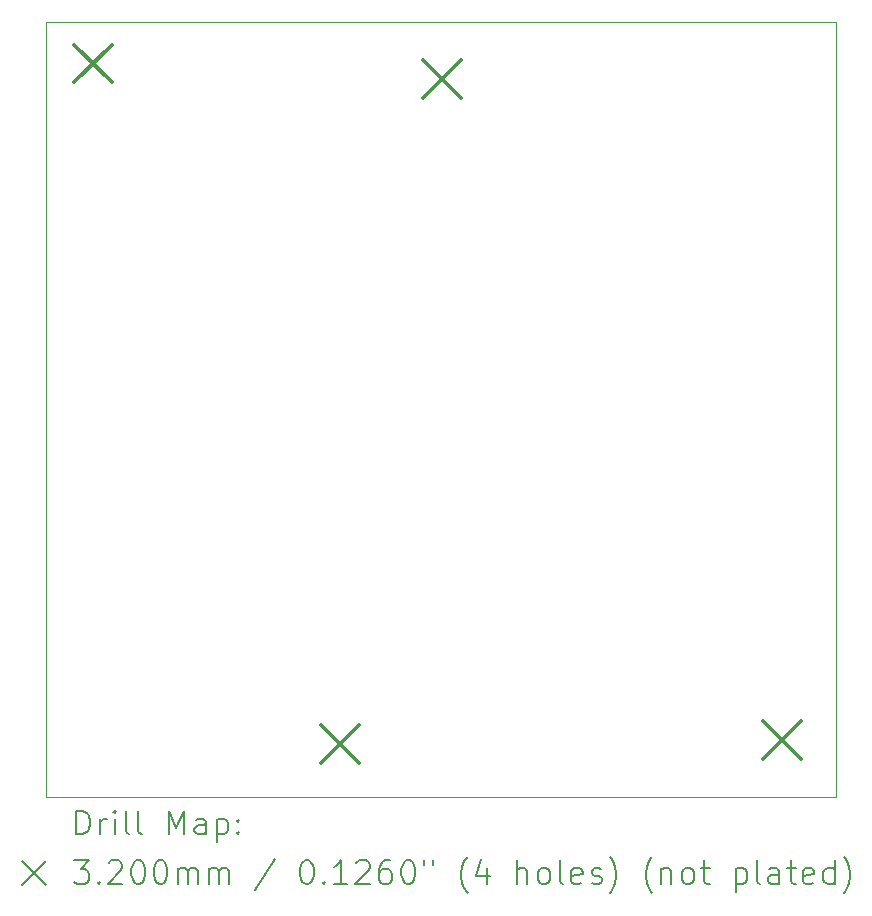
<source format=gbr>
%TF.GenerationSoftware,KiCad,Pcbnew,7.0.10*%
%TF.CreationDate,2024-03-16T23:25:48+05:30*%
%TF.ProjectId,breakout,62726561-6b6f-4757-942e-6b696361645f,rev?*%
%TF.SameCoordinates,Original*%
%TF.FileFunction,Drillmap*%
%TF.FilePolarity,Positive*%
%FSLAX45Y45*%
G04 Gerber Fmt 4.5, Leading zero omitted, Abs format (unit mm)*
G04 Created by KiCad (PCBNEW 7.0.10) date 2024-03-16 23:25:48*
%MOMM*%
%LPD*%
G01*
G04 APERTURE LIST*
%ADD10C,0.050000*%
%ADD11C,0.200000*%
%ADD12C,0.320000*%
G04 APERTURE END LIST*
D10*
X4464280Y-2931160D02*
X11150700Y-2931160D01*
X11150700Y-9497340D01*
X4464280Y-9497340D01*
X4464280Y-2931160D01*
D11*
D12*
X4705000Y-3125000D02*
X5025000Y-3445000D01*
X5025000Y-3125000D02*
X4705000Y-3445000D01*
X6795000Y-8885000D02*
X7115000Y-9205000D01*
X7115000Y-8885000D02*
X6795000Y-9205000D01*
X7660000Y-3255000D02*
X7980000Y-3575000D01*
X7980000Y-3255000D02*
X7660000Y-3575000D01*
X10540000Y-8855000D02*
X10860000Y-9175000D01*
X10860000Y-8855000D02*
X10540000Y-9175000D01*
D11*
X4722557Y-9811324D02*
X4722557Y-9611324D01*
X4722557Y-9611324D02*
X4770176Y-9611324D01*
X4770176Y-9611324D02*
X4798747Y-9620848D01*
X4798747Y-9620848D02*
X4817795Y-9639895D01*
X4817795Y-9639895D02*
X4827319Y-9658943D01*
X4827319Y-9658943D02*
X4836843Y-9697038D01*
X4836843Y-9697038D02*
X4836843Y-9725610D01*
X4836843Y-9725610D02*
X4827319Y-9763705D01*
X4827319Y-9763705D02*
X4817795Y-9782752D01*
X4817795Y-9782752D02*
X4798747Y-9801800D01*
X4798747Y-9801800D02*
X4770176Y-9811324D01*
X4770176Y-9811324D02*
X4722557Y-9811324D01*
X4922557Y-9811324D02*
X4922557Y-9677990D01*
X4922557Y-9716086D02*
X4932081Y-9697038D01*
X4932081Y-9697038D02*
X4941604Y-9687514D01*
X4941604Y-9687514D02*
X4960652Y-9677990D01*
X4960652Y-9677990D02*
X4979700Y-9677990D01*
X5046366Y-9811324D02*
X5046366Y-9677990D01*
X5046366Y-9611324D02*
X5036843Y-9620848D01*
X5036843Y-9620848D02*
X5046366Y-9630371D01*
X5046366Y-9630371D02*
X5055890Y-9620848D01*
X5055890Y-9620848D02*
X5046366Y-9611324D01*
X5046366Y-9611324D02*
X5046366Y-9630371D01*
X5170176Y-9811324D02*
X5151128Y-9801800D01*
X5151128Y-9801800D02*
X5141604Y-9782752D01*
X5141604Y-9782752D02*
X5141604Y-9611324D01*
X5274938Y-9811324D02*
X5255890Y-9801800D01*
X5255890Y-9801800D02*
X5246366Y-9782752D01*
X5246366Y-9782752D02*
X5246366Y-9611324D01*
X5503509Y-9811324D02*
X5503509Y-9611324D01*
X5503509Y-9611324D02*
X5570176Y-9754181D01*
X5570176Y-9754181D02*
X5636842Y-9611324D01*
X5636842Y-9611324D02*
X5636842Y-9811324D01*
X5817795Y-9811324D02*
X5817795Y-9706562D01*
X5817795Y-9706562D02*
X5808271Y-9687514D01*
X5808271Y-9687514D02*
X5789223Y-9677990D01*
X5789223Y-9677990D02*
X5751128Y-9677990D01*
X5751128Y-9677990D02*
X5732081Y-9687514D01*
X5817795Y-9801800D02*
X5798747Y-9811324D01*
X5798747Y-9811324D02*
X5751128Y-9811324D01*
X5751128Y-9811324D02*
X5732081Y-9801800D01*
X5732081Y-9801800D02*
X5722557Y-9782752D01*
X5722557Y-9782752D02*
X5722557Y-9763705D01*
X5722557Y-9763705D02*
X5732081Y-9744657D01*
X5732081Y-9744657D02*
X5751128Y-9735133D01*
X5751128Y-9735133D02*
X5798747Y-9735133D01*
X5798747Y-9735133D02*
X5817795Y-9725610D01*
X5913033Y-9677990D02*
X5913033Y-9877990D01*
X5913033Y-9687514D02*
X5932081Y-9677990D01*
X5932081Y-9677990D02*
X5970176Y-9677990D01*
X5970176Y-9677990D02*
X5989223Y-9687514D01*
X5989223Y-9687514D02*
X5998747Y-9697038D01*
X5998747Y-9697038D02*
X6008271Y-9716086D01*
X6008271Y-9716086D02*
X6008271Y-9773229D01*
X6008271Y-9773229D02*
X5998747Y-9792276D01*
X5998747Y-9792276D02*
X5989223Y-9801800D01*
X5989223Y-9801800D02*
X5970176Y-9811324D01*
X5970176Y-9811324D02*
X5932081Y-9811324D01*
X5932081Y-9811324D02*
X5913033Y-9801800D01*
X6093985Y-9792276D02*
X6103509Y-9801800D01*
X6103509Y-9801800D02*
X6093985Y-9811324D01*
X6093985Y-9811324D02*
X6084462Y-9801800D01*
X6084462Y-9801800D02*
X6093985Y-9792276D01*
X6093985Y-9792276D02*
X6093985Y-9811324D01*
X6093985Y-9687514D02*
X6103509Y-9697038D01*
X6103509Y-9697038D02*
X6093985Y-9706562D01*
X6093985Y-9706562D02*
X6084462Y-9697038D01*
X6084462Y-9697038D02*
X6093985Y-9687514D01*
X6093985Y-9687514D02*
X6093985Y-9706562D01*
X4261780Y-10039840D02*
X4461780Y-10239840D01*
X4461780Y-10039840D02*
X4261780Y-10239840D01*
X4703509Y-10031324D02*
X4827319Y-10031324D01*
X4827319Y-10031324D02*
X4760652Y-10107514D01*
X4760652Y-10107514D02*
X4789224Y-10107514D01*
X4789224Y-10107514D02*
X4808271Y-10117038D01*
X4808271Y-10117038D02*
X4817795Y-10126562D01*
X4817795Y-10126562D02*
X4827319Y-10145610D01*
X4827319Y-10145610D02*
X4827319Y-10193229D01*
X4827319Y-10193229D02*
X4817795Y-10212276D01*
X4817795Y-10212276D02*
X4808271Y-10221800D01*
X4808271Y-10221800D02*
X4789224Y-10231324D01*
X4789224Y-10231324D02*
X4732081Y-10231324D01*
X4732081Y-10231324D02*
X4713033Y-10221800D01*
X4713033Y-10221800D02*
X4703509Y-10212276D01*
X4913033Y-10212276D02*
X4922557Y-10221800D01*
X4922557Y-10221800D02*
X4913033Y-10231324D01*
X4913033Y-10231324D02*
X4903509Y-10221800D01*
X4903509Y-10221800D02*
X4913033Y-10212276D01*
X4913033Y-10212276D02*
X4913033Y-10231324D01*
X4998747Y-10050371D02*
X5008271Y-10040848D01*
X5008271Y-10040848D02*
X5027319Y-10031324D01*
X5027319Y-10031324D02*
X5074938Y-10031324D01*
X5074938Y-10031324D02*
X5093985Y-10040848D01*
X5093985Y-10040848D02*
X5103509Y-10050371D01*
X5103509Y-10050371D02*
X5113033Y-10069419D01*
X5113033Y-10069419D02*
X5113033Y-10088467D01*
X5113033Y-10088467D02*
X5103509Y-10117038D01*
X5103509Y-10117038D02*
X4989224Y-10231324D01*
X4989224Y-10231324D02*
X5113033Y-10231324D01*
X5236843Y-10031324D02*
X5255890Y-10031324D01*
X5255890Y-10031324D02*
X5274938Y-10040848D01*
X5274938Y-10040848D02*
X5284462Y-10050371D01*
X5284462Y-10050371D02*
X5293985Y-10069419D01*
X5293985Y-10069419D02*
X5303509Y-10107514D01*
X5303509Y-10107514D02*
X5303509Y-10155133D01*
X5303509Y-10155133D02*
X5293985Y-10193229D01*
X5293985Y-10193229D02*
X5284462Y-10212276D01*
X5284462Y-10212276D02*
X5274938Y-10221800D01*
X5274938Y-10221800D02*
X5255890Y-10231324D01*
X5255890Y-10231324D02*
X5236843Y-10231324D01*
X5236843Y-10231324D02*
X5217795Y-10221800D01*
X5217795Y-10221800D02*
X5208271Y-10212276D01*
X5208271Y-10212276D02*
X5198747Y-10193229D01*
X5198747Y-10193229D02*
X5189224Y-10155133D01*
X5189224Y-10155133D02*
X5189224Y-10107514D01*
X5189224Y-10107514D02*
X5198747Y-10069419D01*
X5198747Y-10069419D02*
X5208271Y-10050371D01*
X5208271Y-10050371D02*
X5217795Y-10040848D01*
X5217795Y-10040848D02*
X5236843Y-10031324D01*
X5427319Y-10031324D02*
X5446366Y-10031324D01*
X5446366Y-10031324D02*
X5465414Y-10040848D01*
X5465414Y-10040848D02*
X5474938Y-10050371D01*
X5474938Y-10050371D02*
X5484462Y-10069419D01*
X5484462Y-10069419D02*
X5493985Y-10107514D01*
X5493985Y-10107514D02*
X5493985Y-10155133D01*
X5493985Y-10155133D02*
X5484462Y-10193229D01*
X5484462Y-10193229D02*
X5474938Y-10212276D01*
X5474938Y-10212276D02*
X5465414Y-10221800D01*
X5465414Y-10221800D02*
X5446366Y-10231324D01*
X5446366Y-10231324D02*
X5427319Y-10231324D01*
X5427319Y-10231324D02*
X5408271Y-10221800D01*
X5408271Y-10221800D02*
X5398747Y-10212276D01*
X5398747Y-10212276D02*
X5389224Y-10193229D01*
X5389224Y-10193229D02*
X5379700Y-10155133D01*
X5379700Y-10155133D02*
X5379700Y-10107514D01*
X5379700Y-10107514D02*
X5389224Y-10069419D01*
X5389224Y-10069419D02*
X5398747Y-10050371D01*
X5398747Y-10050371D02*
X5408271Y-10040848D01*
X5408271Y-10040848D02*
X5427319Y-10031324D01*
X5579700Y-10231324D02*
X5579700Y-10097990D01*
X5579700Y-10117038D02*
X5589224Y-10107514D01*
X5589224Y-10107514D02*
X5608271Y-10097990D01*
X5608271Y-10097990D02*
X5636843Y-10097990D01*
X5636843Y-10097990D02*
X5655890Y-10107514D01*
X5655890Y-10107514D02*
X5665414Y-10126562D01*
X5665414Y-10126562D02*
X5665414Y-10231324D01*
X5665414Y-10126562D02*
X5674938Y-10107514D01*
X5674938Y-10107514D02*
X5693985Y-10097990D01*
X5693985Y-10097990D02*
X5722557Y-10097990D01*
X5722557Y-10097990D02*
X5741604Y-10107514D01*
X5741604Y-10107514D02*
X5751128Y-10126562D01*
X5751128Y-10126562D02*
X5751128Y-10231324D01*
X5846366Y-10231324D02*
X5846366Y-10097990D01*
X5846366Y-10117038D02*
X5855890Y-10107514D01*
X5855890Y-10107514D02*
X5874938Y-10097990D01*
X5874938Y-10097990D02*
X5903509Y-10097990D01*
X5903509Y-10097990D02*
X5922557Y-10107514D01*
X5922557Y-10107514D02*
X5932081Y-10126562D01*
X5932081Y-10126562D02*
X5932081Y-10231324D01*
X5932081Y-10126562D02*
X5941604Y-10107514D01*
X5941604Y-10107514D02*
X5960652Y-10097990D01*
X5960652Y-10097990D02*
X5989223Y-10097990D01*
X5989223Y-10097990D02*
X6008271Y-10107514D01*
X6008271Y-10107514D02*
X6017795Y-10126562D01*
X6017795Y-10126562D02*
X6017795Y-10231324D01*
X6408271Y-10021800D02*
X6236843Y-10278943D01*
X6665414Y-10031324D02*
X6684462Y-10031324D01*
X6684462Y-10031324D02*
X6703509Y-10040848D01*
X6703509Y-10040848D02*
X6713033Y-10050371D01*
X6713033Y-10050371D02*
X6722557Y-10069419D01*
X6722557Y-10069419D02*
X6732081Y-10107514D01*
X6732081Y-10107514D02*
X6732081Y-10155133D01*
X6732081Y-10155133D02*
X6722557Y-10193229D01*
X6722557Y-10193229D02*
X6713033Y-10212276D01*
X6713033Y-10212276D02*
X6703509Y-10221800D01*
X6703509Y-10221800D02*
X6684462Y-10231324D01*
X6684462Y-10231324D02*
X6665414Y-10231324D01*
X6665414Y-10231324D02*
X6646366Y-10221800D01*
X6646366Y-10221800D02*
X6636843Y-10212276D01*
X6636843Y-10212276D02*
X6627319Y-10193229D01*
X6627319Y-10193229D02*
X6617795Y-10155133D01*
X6617795Y-10155133D02*
X6617795Y-10107514D01*
X6617795Y-10107514D02*
X6627319Y-10069419D01*
X6627319Y-10069419D02*
X6636843Y-10050371D01*
X6636843Y-10050371D02*
X6646366Y-10040848D01*
X6646366Y-10040848D02*
X6665414Y-10031324D01*
X6817795Y-10212276D02*
X6827319Y-10221800D01*
X6827319Y-10221800D02*
X6817795Y-10231324D01*
X6817795Y-10231324D02*
X6808271Y-10221800D01*
X6808271Y-10221800D02*
X6817795Y-10212276D01*
X6817795Y-10212276D02*
X6817795Y-10231324D01*
X7017795Y-10231324D02*
X6903509Y-10231324D01*
X6960652Y-10231324D02*
X6960652Y-10031324D01*
X6960652Y-10031324D02*
X6941605Y-10059895D01*
X6941605Y-10059895D02*
X6922557Y-10078943D01*
X6922557Y-10078943D02*
X6903509Y-10088467D01*
X7093986Y-10050371D02*
X7103509Y-10040848D01*
X7103509Y-10040848D02*
X7122557Y-10031324D01*
X7122557Y-10031324D02*
X7170176Y-10031324D01*
X7170176Y-10031324D02*
X7189224Y-10040848D01*
X7189224Y-10040848D02*
X7198747Y-10050371D01*
X7198747Y-10050371D02*
X7208271Y-10069419D01*
X7208271Y-10069419D02*
X7208271Y-10088467D01*
X7208271Y-10088467D02*
X7198747Y-10117038D01*
X7198747Y-10117038D02*
X7084462Y-10231324D01*
X7084462Y-10231324D02*
X7208271Y-10231324D01*
X7379700Y-10031324D02*
X7341605Y-10031324D01*
X7341605Y-10031324D02*
X7322557Y-10040848D01*
X7322557Y-10040848D02*
X7313033Y-10050371D01*
X7313033Y-10050371D02*
X7293986Y-10078943D01*
X7293986Y-10078943D02*
X7284462Y-10117038D01*
X7284462Y-10117038D02*
X7284462Y-10193229D01*
X7284462Y-10193229D02*
X7293986Y-10212276D01*
X7293986Y-10212276D02*
X7303509Y-10221800D01*
X7303509Y-10221800D02*
X7322557Y-10231324D01*
X7322557Y-10231324D02*
X7360652Y-10231324D01*
X7360652Y-10231324D02*
X7379700Y-10221800D01*
X7379700Y-10221800D02*
X7389224Y-10212276D01*
X7389224Y-10212276D02*
X7398747Y-10193229D01*
X7398747Y-10193229D02*
X7398747Y-10145610D01*
X7398747Y-10145610D02*
X7389224Y-10126562D01*
X7389224Y-10126562D02*
X7379700Y-10117038D01*
X7379700Y-10117038D02*
X7360652Y-10107514D01*
X7360652Y-10107514D02*
X7322557Y-10107514D01*
X7322557Y-10107514D02*
X7303509Y-10117038D01*
X7303509Y-10117038D02*
X7293986Y-10126562D01*
X7293986Y-10126562D02*
X7284462Y-10145610D01*
X7522557Y-10031324D02*
X7541605Y-10031324D01*
X7541605Y-10031324D02*
X7560652Y-10040848D01*
X7560652Y-10040848D02*
X7570176Y-10050371D01*
X7570176Y-10050371D02*
X7579700Y-10069419D01*
X7579700Y-10069419D02*
X7589224Y-10107514D01*
X7589224Y-10107514D02*
X7589224Y-10155133D01*
X7589224Y-10155133D02*
X7579700Y-10193229D01*
X7579700Y-10193229D02*
X7570176Y-10212276D01*
X7570176Y-10212276D02*
X7560652Y-10221800D01*
X7560652Y-10221800D02*
X7541605Y-10231324D01*
X7541605Y-10231324D02*
X7522557Y-10231324D01*
X7522557Y-10231324D02*
X7503509Y-10221800D01*
X7503509Y-10221800D02*
X7493986Y-10212276D01*
X7493986Y-10212276D02*
X7484462Y-10193229D01*
X7484462Y-10193229D02*
X7474938Y-10155133D01*
X7474938Y-10155133D02*
X7474938Y-10107514D01*
X7474938Y-10107514D02*
X7484462Y-10069419D01*
X7484462Y-10069419D02*
X7493986Y-10050371D01*
X7493986Y-10050371D02*
X7503509Y-10040848D01*
X7503509Y-10040848D02*
X7522557Y-10031324D01*
X7665414Y-10031324D02*
X7665414Y-10069419D01*
X7741605Y-10031324D02*
X7741605Y-10069419D01*
X8036843Y-10307514D02*
X8027319Y-10297990D01*
X8027319Y-10297990D02*
X8008271Y-10269419D01*
X8008271Y-10269419D02*
X7998748Y-10250371D01*
X7998748Y-10250371D02*
X7989224Y-10221800D01*
X7989224Y-10221800D02*
X7979700Y-10174181D01*
X7979700Y-10174181D02*
X7979700Y-10136086D01*
X7979700Y-10136086D02*
X7989224Y-10088467D01*
X7989224Y-10088467D02*
X7998748Y-10059895D01*
X7998748Y-10059895D02*
X8008271Y-10040848D01*
X8008271Y-10040848D02*
X8027319Y-10012276D01*
X8027319Y-10012276D02*
X8036843Y-10002752D01*
X8198748Y-10097990D02*
X8198748Y-10231324D01*
X8151128Y-10021800D02*
X8103509Y-10164657D01*
X8103509Y-10164657D02*
X8227319Y-10164657D01*
X8455891Y-10231324D02*
X8455891Y-10031324D01*
X8541605Y-10231324D02*
X8541605Y-10126562D01*
X8541605Y-10126562D02*
X8532081Y-10107514D01*
X8532081Y-10107514D02*
X8513033Y-10097990D01*
X8513033Y-10097990D02*
X8484462Y-10097990D01*
X8484462Y-10097990D02*
X8465414Y-10107514D01*
X8465414Y-10107514D02*
X8455891Y-10117038D01*
X8665414Y-10231324D02*
X8646367Y-10221800D01*
X8646367Y-10221800D02*
X8636843Y-10212276D01*
X8636843Y-10212276D02*
X8627319Y-10193229D01*
X8627319Y-10193229D02*
X8627319Y-10136086D01*
X8627319Y-10136086D02*
X8636843Y-10117038D01*
X8636843Y-10117038D02*
X8646367Y-10107514D01*
X8646367Y-10107514D02*
X8665414Y-10097990D01*
X8665414Y-10097990D02*
X8693986Y-10097990D01*
X8693986Y-10097990D02*
X8713033Y-10107514D01*
X8713033Y-10107514D02*
X8722557Y-10117038D01*
X8722557Y-10117038D02*
X8732081Y-10136086D01*
X8732081Y-10136086D02*
X8732081Y-10193229D01*
X8732081Y-10193229D02*
X8722557Y-10212276D01*
X8722557Y-10212276D02*
X8713033Y-10221800D01*
X8713033Y-10221800D02*
X8693986Y-10231324D01*
X8693986Y-10231324D02*
X8665414Y-10231324D01*
X8846367Y-10231324D02*
X8827319Y-10221800D01*
X8827319Y-10221800D02*
X8817795Y-10202752D01*
X8817795Y-10202752D02*
X8817795Y-10031324D01*
X8998748Y-10221800D02*
X8979700Y-10231324D01*
X8979700Y-10231324D02*
X8941605Y-10231324D01*
X8941605Y-10231324D02*
X8922557Y-10221800D01*
X8922557Y-10221800D02*
X8913033Y-10202752D01*
X8913033Y-10202752D02*
X8913033Y-10126562D01*
X8913033Y-10126562D02*
X8922557Y-10107514D01*
X8922557Y-10107514D02*
X8941605Y-10097990D01*
X8941605Y-10097990D02*
X8979700Y-10097990D01*
X8979700Y-10097990D02*
X8998748Y-10107514D01*
X8998748Y-10107514D02*
X9008272Y-10126562D01*
X9008272Y-10126562D02*
X9008272Y-10145610D01*
X9008272Y-10145610D02*
X8913033Y-10164657D01*
X9084462Y-10221800D02*
X9103510Y-10231324D01*
X9103510Y-10231324D02*
X9141605Y-10231324D01*
X9141605Y-10231324D02*
X9160653Y-10221800D01*
X9160653Y-10221800D02*
X9170176Y-10202752D01*
X9170176Y-10202752D02*
X9170176Y-10193229D01*
X9170176Y-10193229D02*
X9160653Y-10174181D01*
X9160653Y-10174181D02*
X9141605Y-10164657D01*
X9141605Y-10164657D02*
X9113033Y-10164657D01*
X9113033Y-10164657D02*
X9093986Y-10155133D01*
X9093986Y-10155133D02*
X9084462Y-10136086D01*
X9084462Y-10136086D02*
X9084462Y-10126562D01*
X9084462Y-10126562D02*
X9093986Y-10107514D01*
X9093986Y-10107514D02*
X9113033Y-10097990D01*
X9113033Y-10097990D02*
X9141605Y-10097990D01*
X9141605Y-10097990D02*
X9160653Y-10107514D01*
X9236843Y-10307514D02*
X9246367Y-10297990D01*
X9246367Y-10297990D02*
X9265414Y-10269419D01*
X9265414Y-10269419D02*
X9274938Y-10250371D01*
X9274938Y-10250371D02*
X9284462Y-10221800D01*
X9284462Y-10221800D02*
X9293986Y-10174181D01*
X9293986Y-10174181D02*
X9293986Y-10136086D01*
X9293986Y-10136086D02*
X9284462Y-10088467D01*
X9284462Y-10088467D02*
X9274938Y-10059895D01*
X9274938Y-10059895D02*
X9265414Y-10040848D01*
X9265414Y-10040848D02*
X9246367Y-10012276D01*
X9246367Y-10012276D02*
X9236843Y-10002752D01*
X9598748Y-10307514D02*
X9589224Y-10297990D01*
X9589224Y-10297990D02*
X9570176Y-10269419D01*
X9570176Y-10269419D02*
X9560653Y-10250371D01*
X9560653Y-10250371D02*
X9551129Y-10221800D01*
X9551129Y-10221800D02*
X9541605Y-10174181D01*
X9541605Y-10174181D02*
X9541605Y-10136086D01*
X9541605Y-10136086D02*
X9551129Y-10088467D01*
X9551129Y-10088467D02*
X9560653Y-10059895D01*
X9560653Y-10059895D02*
X9570176Y-10040848D01*
X9570176Y-10040848D02*
X9589224Y-10012276D01*
X9589224Y-10012276D02*
X9598748Y-10002752D01*
X9674938Y-10097990D02*
X9674938Y-10231324D01*
X9674938Y-10117038D02*
X9684462Y-10107514D01*
X9684462Y-10107514D02*
X9703510Y-10097990D01*
X9703510Y-10097990D02*
X9732081Y-10097990D01*
X9732081Y-10097990D02*
X9751129Y-10107514D01*
X9751129Y-10107514D02*
X9760653Y-10126562D01*
X9760653Y-10126562D02*
X9760653Y-10231324D01*
X9884462Y-10231324D02*
X9865414Y-10221800D01*
X9865414Y-10221800D02*
X9855891Y-10212276D01*
X9855891Y-10212276D02*
X9846367Y-10193229D01*
X9846367Y-10193229D02*
X9846367Y-10136086D01*
X9846367Y-10136086D02*
X9855891Y-10117038D01*
X9855891Y-10117038D02*
X9865414Y-10107514D01*
X9865414Y-10107514D02*
X9884462Y-10097990D01*
X9884462Y-10097990D02*
X9913034Y-10097990D01*
X9913034Y-10097990D02*
X9932081Y-10107514D01*
X9932081Y-10107514D02*
X9941605Y-10117038D01*
X9941605Y-10117038D02*
X9951129Y-10136086D01*
X9951129Y-10136086D02*
X9951129Y-10193229D01*
X9951129Y-10193229D02*
X9941605Y-10212276D01*
X9941605Y-10212276D02*
X9932081Y-10221800D01*
X9932081Y-10221800D02*
X9913034Y-10231324D01*
X9913034Y-10231324D02*
X9884462Y-10231324D01*
X10008272Y-10097990D02*
X10084462Y-10097990D01*
X10036843Y-10031324D02*
X10036843Y-10202752D01*
X10036843Y-10202752D02*
X10046367Y-10221800D01*
X10046367Y-10221800D02*
X10065414Y-10231324D01*
X10065414Y-10231324D02*
X10084462Y-10231324D01*
X10303510Y-10097990D02*
X10303510Y-10297990D01*
X10303510Y-10107514D02*
X10322557Y-10097990D01*
X10322557Y-10097990D02*
X10360653Y-10097990D01*
X10360653Y-10097990D02*
X10379700Y-10107514D01*
X10379700Y-10107514D02*
X10389224Y-10117038D01*
X10389224Y-10117038D02*
X10398748Y-10136086D01*
X10398748Y-10136086D02*
X10398748Y-10193229D01*
X10398748Y-10193229D02*
X10389224Y-10212276D01*
X10389224Y-10212276D02*
X10379700Y-10221800D01*
X10379700Y-10221800D02*
X10360653Y-10231324D01*
X10360653Y-10231324D02*
X10322557Y-10231324D01*
X10322557Y-10231324D02*
X10303510Y-10221800D01*
X10513034Y-10231324D02*
X10493986Y-10221800D01*
X10493986Y-10221800D02*
X10484462Y-10202752D01*
X10484462Y-10202752D02*
X10484462Y-10031324D01*
X10674938Y-10231324D02*
X10674938Y-10126562D01*
X10674938Y-10126562D02*
X10665415Y-10107514D01*
X10665415Y-10107514D02*
X10646367Y-10097990D01*
X10646367Y-10097990D02*
X10608272Y-10097990D01*
X10608272Y-10097990D02*
X10589224Y-10107514D01*
X10674938Y-10221800D02*
X10655891Y-10231324D01*
X10655891Y-10231324D02*
X10608272Y-10231324D01*
X10608272Y-10231324D02*
X10589224Y-10221800D01*
X10589224Y-10221800D02*
X10579700Y-10202752D01*
X10579700Y-10202752D02*
X10579700Y-10183705D01*
X10579700Y-10183705D02*
X10589224Y-10164657D01*
X10589224Y-10164657D02*
X10608272Y-10155133D01*
X10608272Y-10155133D02*
X10655891Y-10155133D01*
X10655891Y-10155133D02*
X10674938Y-10145610D01*
X10741605Y-10097990D02*
X10817795Y-10097990D01*
X10770176Y-10031324D02*
X10770176Y-10202752D01*
X10770176Y-10202752D02*
X10779700Y-10221800D01*
X10779700Y-10221800D02*
X10798748Y-10231324D01*
X10798748Y-10231324D02*
X10817795Y-10231324D01*
X10960653Y-10221800D02*
X10941605Y-10231324D01*
X10941605Y-10231324D02*
X10903510Y-10231324D01*
X10903510Y-10231324D02*
X10884462Y-10221800D01*
X10884462Y-10221800D02*
X10874938Y-10202752D01*
X10874938Y-10202752D02*
X10874938Y-10126562D01*
X10874938Y-10126562D02*
X10884462Y-10107514D01*
X10884462Y-10107514D02*
X10903510Y-10097990D01*
X10903510Y-10097990D02*
X10941605Y-10097990D01*
X10941605Y-10097990D02*
X10960653Y-10107514D01*
X10960653Y-10107514D02*
X10970176Y-10126562D01*
X10970176Y-10126562D02*
X10970176Y-10145610D01*
X10970176Y-10145610D02*
X10874938Y-10164657D01*
X11141605Y-10231324D02*
X11141605Y-10031324D01*
X11141605Y-10221800D02*
X11122557Y-10231324D01*
X11122557Y-10231324D02*
X11084462Y-10231324D01*
X11084462Y-10231324D02*
X11065415Y-10221800D01*
X11065415Y-10221800D02*
X11055891Y-10212276D01*
X11055891Y-10212276D02*
X11046367Y-10193229D01*
X11046367Y-10193229D02*
X11046367Y-10136086D01*
X11046367Y-10136086D02*
X11055891Y-10117038D01*
X11055891Y-10117038D02*
X11065415Y-10107514D01*
X11065415Y-10107514D02*
X11084462Y-10097990D01*
X11084462Y-10097990D02*
X11122557Y-10097990D01*
X11122557Y-10097990D02*
X11141605Y-10107514D01*
X11217795Y-10307514D02*
X11227319Y-10297990D01*
X11227319Y-10297990D02*
X11246367Y-10269419D01*
X11246367Y-10269419D02*
X11255891Y-10250371D01*
X11255891Y-10250371D02*
X11265414Y-10221800D01*
X11265414Y-10221800D02*
X11274938Y-10174181D01*
X11274938Y-10174181D02*
X11274938Y-10136086D01*
X11274938Y-10136086D02*
X11265414Y-10088467D01*
X11265414Y-10088467D02*
X11255891Y-10059895D01*
X11255891Y-10059895D02*
X11246367Y-10040848D01*
X11246367Y-10040848D02*
X11227319Y-10012276D01*
X11227319Y-10012276D02*
X11217795Y-10002752D01*
M02*

</source>
